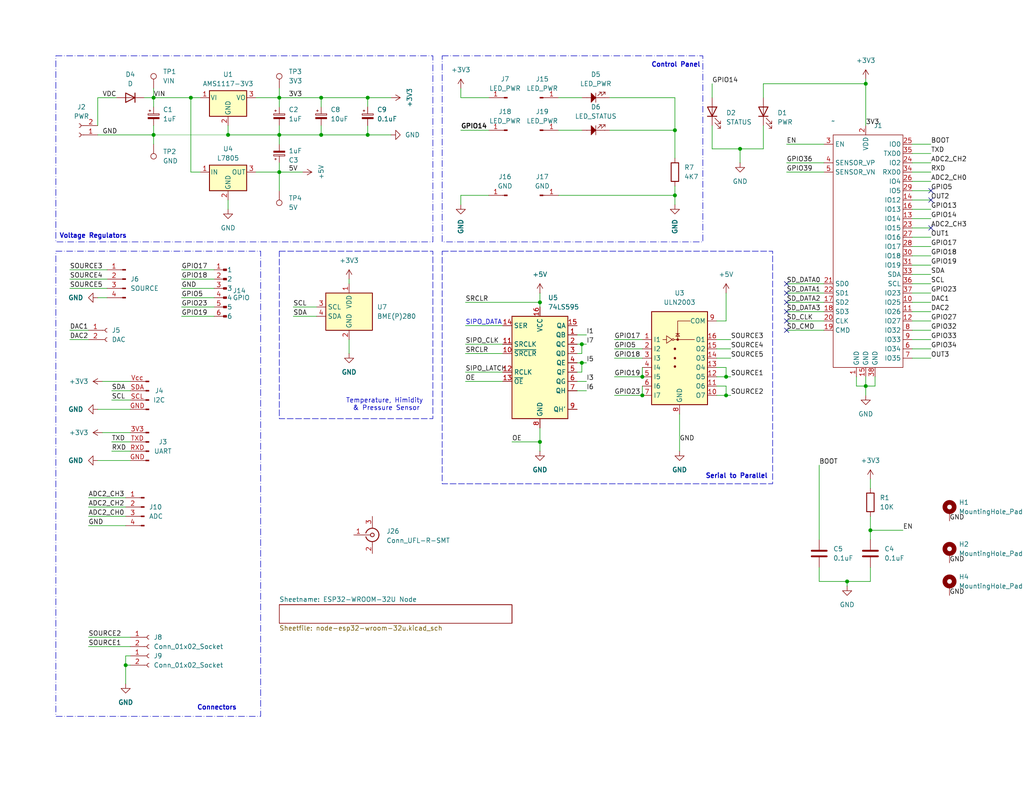
<source format=kicad_sch>
(kicad_sch (version 20231120) (generator "eeschema") (generator_version "8.0")
  (paper "USLetter")
  (title_block (title "ESP32 Sensor Node") (date "2024-07-03") (rev "v2.0") (comment 1 "ESP32-WROOM-32D Adapter"))
  (lib_symbols
    (symbol "+3V3_1" (power) (pin_numbers hide) (pin_names (offset 0) hide)
      (property "Value" "+3V3" (at 0 3.556 0))
      (symbol "+3V3_1_1_1"
        (pin power_in line (at 0 0 90) (length 0) (name "~") (number "1"))
      )
    )
    (symbol "+5V_1" (power) (pin_numbers hide) (pin_names (offset 0) hide)
      (property "Value" "+5V" (at 0 3.556 0))
      (symbol "+5V_1_1_1"
        (pin power_in line (at 0 0 90) (length 0) (name "~") (number "1"))
      )
    )
    (symbol "74xx:74LS595"
      (property "Reference" "U" (at -7.62 13.97 0))
      (property "Value" "74LS595" (at -7.62 -16.51 0))
      (symbol "74LS595_1_0"
        (pin tri_state line (at 10.16 7.62 180) (length 2.54) (name "QB") (number "1"))
        (pin input line (at -10.16 2.54 0) (length 2.54) (name "~{SRCLR}") (number "10"))
        (pin input line (at -10.16 5.08 0) (length 2.54) (name "SRCLK") (number "11"))
        (pin input line (at -10.16 -2.54 0) (length 2.54) (name "RCLK") (number "12"))
        (pin input line (at -10.16 -5.08 0) (length 2.54) (name "~{OE}") (number "13"))
        (pin input line (at -10.16 10.16 0) (length 2.54) (name "SER") (number "14"))
        (pin tri_state line (at 10.16 10.16 180) (length 2.54) (name "QA") (number "15"))
        (pin power_in line (at 0 15.24 270) (length 2.54) (name "VCC") (number "16"))
        (pin tri_state line (at 10.16 5.08 180) (length 2.54) (name "QC") (number "2"))
        (pin tri_state line (at 10.16 2.54 180) (length 2.54) (name "QD") (number "3"))
        (pin tri_state line (at 10.16 0 180) (length 2.54) (name "QE") (number "4"))
        (pin tri_state line (at 10.16 -2.54 180) (length 2.54) (name "QF") (number "5"))
        (pin tri_state line (at 10.16 -5.08 180) (length 2.54) (name "QG") (number "6"))
        (pin tri_state line (at 10.16 -7.62 180) (length 2.54) (name "QH") (number "7"))
        (pin power_in line (at 0 -17.78 90) (length 2.54) (name "GND") (number "8"))
        (pin output line (at 10.16 -12.7 180) (length 2.54) (name "QH'") (number "9"))
      )
    )
    (symbol "Alexander Symbol Library 2:Conn_UFL-R-SMT" (pin_names (offset 1.016) hide)
      (property "Reference" "J" (at -3.81 4.064 0))
      (property "Value" "Conn_UFL-R-SMT" (at 2.921 0 90))
      (symbol "Conn_UFL-R-SMT_1_1"
        (pin passive line (at -5.08 0 0) (length 2.54) (name "SIGNAL") (number "1"))
        (pin passive line (at 0 -5.08 90) (length 2.54) (name "GND") (number "2"))
        (pin passive line (at 0 5.08 270) (length 3.048) (name "GND") (number "3"))
      )
    )
    (symbol "Alexander Symbol Library:BME(P)280"
      (property "Reference" "U" (at -7.62 10.16 0))
      (property "Value" "BME(P)280" (at 5.08 10.16 0))
      (symbol "BME(P)280_1_1"
        (pin power_in line (at -1.27 10.16 270) (length 2.54) (name "VDD") (number "1"))
        (pin power_out line (at -1.27 -5.08 90) (length 2.54) (name "GND") (number "2"))
        (pin input line (at -10.16 3.81 0) (length 2.54) (name "SCL") (number "3"))
        (pin bidirectional line (at -10.16 1.27 0) (length 2.54) (name "SDA") (number "4"))
      )
    )
    (symbol "Alexander_Library_Symbols:Conn_2x3" (pin_names (offset 1.016))
      (property "Reference" "J" (at 0 0 0))
      (symbol "Conn_2x3_1_1"
        (pin bidirectional line (at -2.54 -2.54 0) (length 2.54) (name "1") (number "1"))
        (pin bidirectional line (at -2.54 -5.08 0) (length 2.54) (name "2") (number "2"))
        (pin bidirectional line (at -2.54 -7.62 0) (length 2.54) (name "3") (number "3"))
        (pin bidirectional line (at -2.54 -10.16 0) (length 2.54) (name "4") (number "4"))
        (pin bidirectional line (at -2.54 -12.7 0) (length 2.54) (name "5") (number "5"))
        (pin bidirectional line (at -2.54 -15.24 0) (length 2.54) (name "6") (number "6"))
      )
    )
    (symbol "Alexander_Library_Symbols:Conn_I2C_01x04" (pin_names (offset 1.016) hide)
      (property "Reference" "J" (at 0 5.08 0))
      (property "Value" "I2C" (at 0 -7.62 0))
      (symbol "Conn_I2C_01x04_1_1"
        (pin power_out line (at 5.08 -5.08 180) (length 3.81) (name "GND") (number "GND"))
        (pin bidirectional line (at 5.08 -2.54 180) (length 3.81) (name "SCL") (number "SCL"))
        (pin bidirectional line (at 5.08 0 180) (length 3.81) (name "SDA") (number "SDA"))
        (pin power_in line (at 5.08 2.54 180) (length 3.81) (name "VCC") (number "Vcc"))
      )
    )
    (symbol "Alexander_Library_Symbols:ESP32-WROOM-32D-SOCKET"
      (property "Reference" "J" (at 0 0 0))
      (symbol "ESP32-WROOM-32D-SOCKET_1_1"
        (pin power_out line (at 6.35 -69.85 90) (length 2.54) (name "GND") (number "1"))
        (pin bidirectional line (at 21.59 -49.53 180) (length 2.54) (name "IO25") (number "10"))
        (pin bidirectional line (at 21.59 -52.07 180) (length 2.54) (name "IO26") (number "11"))
        (pin bidirectional line (at 21.59 -54.61 180) (length 2.54) (name "IO27") (number "12"))
        (pin bidirectional line (at 21.59 -26.67 180) (length 2.54) (name "IO14") (number "13"))
        (pin bidirectional line (at 21.59 -21.59 180) (length 2.54) (name "IO12") (number "14"))
        (pin power_out line (at 8.89 -69.85 90) (length 2.54) (name "GND") (number "15"))
        (pin bidirectional line (at 21.59 -24.13 180) (length 2.54) (name "IO13") (number "16"))
        (pin input line (at -2.54 -49.53 0) (length 2.54) (name "SD2") (number "17"))
        (pin input line (at -2.54 -52.07 0) (length 2.54) (name "SD3") (number "18"))
        (pin input line (at -2.54 -57.15 0) (length 2.54) (name "CMD") (number "19"))
        (pin power_in line (at 8.89 -1.27 270) (length 2.54) (name "VDD") (number "2"))
        (pin input line (at -2.54 -54.61 0) (length 2.54) (name "CLK") (number "20"))
        (pin input line (at -2.54 -44.45 0) (length 2.54) (name "SD0") (number "21"))
        (pin input line (at -2.54 -46.99 0) (length 2.54) (name "SD1") (number "22"))
        (pin bidirectional line (at 21.59 -29.21 180) (length 2.54) (name "IO15") (number "23"))
        (pin bidirectional line (at 21.59 -11.43 180) (length 2.54) (name "IO2") (number "24"))
        (pin bidirectional line (at 21.59 -6.35 180) (length 2.54) (name "IO0") (number "25"))
        (pin bidirectional line (at 21.59 -16.51 180) (length 2.54) (name "IO4") (number "26"))
        (pin bidirectional line (at 21.59 -31.75 180) (length 2.54) (name "IO16") (number "27"))
        (pin bidirectional line (at 21.59 -34.29 180) (length 2.54) (name "IO17") (number "28"))
        (pin bidirectional line (at 21.59 -19.05 180) (length 2.54) (name "IO5") (number "29"))
        (pin input line (at -2.54 -6.35 0) (length 2.54) (name "EN") (number "3"))
        (pin bidirectional line (at 21.59 -36.83 180) (length 2.54) (name "IO18") (number "30"))
        (pin bidirectional line (at 21.59 -39.37 180) (length 2.54) (name "IO19") (number "31"))
        (pin bidirectional line (at 21.59 -41.91 180) (length 2.54) (name "SDA") (number "33"))
        (pin input line (at 21.59 -13.97 180) (length 2.54) (name "RXD0") (number "34"))
        (pin output line (at 21.59 -8.89 180) (length 2.54) (name "TXD0") (number "35"))
        (pin bidirectional line (at 21.59 -44.45 180) (length 2.54) (name "SCL") (number "36"))
        (pin bidirectional line (at 21.59 -46.99 180) (length 2.54) (name "IO23") (number "37"))
        (pin power_out line (at 11.43 -69.85 90) (length 2.54) (name "GND") (number "38"))
        (pin input line (at -2.54 -11.43 0) (length 2.54) (name "SENSOR_VP") (number "4"))
        (pin input line (at -2.54 -13.97 0) (length 2.54) (name "SENSOR_VN") (number "5"))
        (pin bidirectional line (at 21.59 -62.23 180) (length 2.54) (name "IO34") (number "6"))
        (pin bidirectional line (at 21.59 -64.77 180) (length 2.54) (name "IO35") (number "7"))
        (pin bidirectional line (at 21.59 -57.15 180) (length 2.54) (name "IO32") (number "8"))
        (pin bidirectional line (at 21.59 -59.69 180) (length 2.54) (name "IO33") (number "9"))
      )
    )
    (symbol "Conn_UART_1" (pin_names (offset 1.016) hide)
      (property "Reference" "J" (at 1.27 3.81 0))
      (property "Value" "UART" (at 2.54 -10.16 0))
      (symbol "Conn_UART_1_1_1"
        (pin power_in line (at 5.08 0 180) (length 3.81) (name "3V3") (number "3V3"))
        (pin power_out line (at 5.08 -7.62 180) (length 3.81) (name "GND") (number "GND"))
        (pin input line (at 5.08 -5.08 180) (length 3.81) (name "RXD") (number "RXD"))
        (pin output line (at 5.08 -2.54 180) (length 3.81) (name "TXD") (number "TXD"))
      )
    )
    (symbol "Connector:Conn_01x01_Pin" (pin_names (offset 1.016) hide)
      (property "Reference" "J" (at 0 2.54 0))
      (property "Value" "Conn_01x01_Pin" (at 0 -2.54 0))
      (symbol "Conn_01x01_Pin_1_1"
        (pin passive line (at 5.08 0 180) (length 3.81) (name "Pin_1") (number "1"))
      )
    )
    (symbol "Connector:Conn_01x02_Socket" (pin_names (offset 1.016) hide)
      (property "Reference" "J" (at 0 2.54 0))
      (property "Value" "Conn_01x02_Socket" (at 0 -5.08 0))
      (symbol "Conn_01x02_Socket_1_1"
        (pin passive line (at -5.08 0 0) (length 3.81) (name "Pin_1") (number "1"))
        (pin passive line (at -5.08 -2.54 0) (length 3.81) (name "Pin_2") (number "2"))
      )
    )
    (symbol "Connector:Conn_01x04_Pin" (pin_names (offset 1.016) hide)
      (property "Reference" "J" (at 0 5.08 0))
      (property "Value" "I2C" (at 0 -7.62 0))
      (symbol "Conn_01x04_Pin_1_1"
        (pin passive line (at 5.08 2.54 180) (length 3.81) (name "Pin_1") (number "1"))
        (pin passive line (at 5.08 0 180) (length 3.81) (name "Pin_2") (number "2"))
        (pin passive line (at 5.08 -2.54 180) (length 3.81) (name "Pin_3") (number "3"))
        (pin passive line (at 5.08 -5.08 180) (length 3.81) (name "Pin_4") (number "4"))
      )
    )
    (symbol "Connector:TestPoint" (pin_numbers hide) (pin_names (offset 0.762) hide)
      (property "Reference" "TP" (at 0 6.858 0))
      (property "Value" "TestPoint" (at 0 5.08 0))
      (symbol "TestPoint_1_1"
        (pin passive line (at 0 0 90) (length 2.54) (name "1") (number "1"))
      )
    )
    (symbol "Device:C" (pin_numbers hide) (pin_names (offset 0.254))
      (property "Reference" "C" (at 0.635 2.54 0))
      (property "Value" "C" (at 0.635 -2.54 0))
      (symbol "C_1_1"
        (pin passive line (at 0 3.81 270) (length 2.794) (name "~") (number "1"))
        (pin passive line (at 0 -3.81 90) (length 2.794) (name "~") (number "2"))
      )
    )
    (symbol "Device:C_Polarized_Small" (pin_numbers hide) (pin_names (offset 0.254) hide)
      (property "Reference" "C" (at 0.254 1.778 0))
      (property "Value" "C_Polarized_Small" (at 0.254 -2.032 0))
      (symbol "C_Polarized_Small_1_1"
        (pin passive line (at 0 2.54 270) (length 1.8542) (name "~") (number "1"))
        (pin passive line (at 0 -2.54 90) (length 1.8542) (name "~") (number "2"))
      )
    )
    (symbol "Device:D" (pin_numbers hide) (pin_names (offset 1.016) hide)
      (property "Reference" "D" (at 0 2.54 0))
      (property "Value" "D" (at 0 -2.54 0))
      (symbol "D_1_1"
        (pin passive line (at -3.81 0 0) (length 2.54) (name "K") (number "1"))
        (pin passive line (at 3.81 0 180) (length 2.54) (name "A") (number "2"))
      )
    )
    (symbol "Device:LED" (pin_numbers hide) (pin_names (offset 1.016) hide)
      (property "Reference" "D" (at 0 2.54 0))
      (property "Value" "LED" (at 0 -2.54 0))
      (symbol "LED_1_1"
        (pin passive line (at -3.81 0 0) (length 2.54) (name "K") (number "1"))
        (pin passive line (at 3.81 0 180) (length 2.54) (name "A") (number "2"))
      )
    )
    (symbol "Device:R" (pin_numbers hide) (pin_names (offset 0))
      (property "Reference" "R" (at 2.032 0 90))
      (property "Value" "R" (at 0 0 90))
      (symbol "R_1_1"
        (pin passive line (at 0 3.81 270) (length 1.27) (name "~") (number "1"))
        (pin passive line (at 0 -3.81 90) (length 1.27) (name "~") (number "2"))
      )
    )
    (symbol "GND_1" (power) (pin_numbers hide) (pin_names (offset 0) hide)
      (property "Value" "GND" (at 0 -3.81 0))
      (symbol "GND_1_1_1"
        (pin power_in line (at 0 0 270) (length 0) (name "~") (number "1"))
      )
    )
    (symbol "GND_3" (power) (pin_numbers hide) (pin_names (offset 0) hide)
      (property "Value" "GND" (at 0 -3.81 0))
      (symbol "GND_3_1_1"
        (pin power_in line (at 0 0 270) (length 0) (name "~") (number "1"))
      )
    )
    (symbol "GND_4" (power) (pin_numbers hide) (pin_names (offset 0) hide)
      (property "Value" "GND" (at 0 -3.81 0))
      (symbol "GND_4_1_1"
        (pin power_in line (at 0 0 270) (length 0) (name "~") (number "1"))
      )
    )
    (symbol "GND_5" (power) (pin_numbers hide) (pin_names (offset 0) hide)
      (property "Value" "GND" (at 0 -3.81 0))
      (symbol "GND_5_1_1"
        (pin power_in line (at 0 0 270) (length 0) (name "~") (number "1"))
      )
    )
    (symbol "Mechanical:MountingHole_Pad" (pin_numbers hide) (pin_names (offset 1.016) hide)
      (property "Reference" "H" (at 0 6.35 0))
      (property "Value" "MountingHole_Pad" (at 0 4.445 0))
      (symbol "MountingHole_Pad_1_1"
        (pin input line (at 0 -2.54 90) (length 2.54) (name "1") (number "1"))
      )
    )
    (symbol "PCM_SL_Devices:LED_5mm"
      (property "Reference" "D" (at -0.508 5.334 0))
      (property "Value" "LED_5mm" (at -0.508 2.794 0))
      (symbol "LED_5mm_1_1"
        (pin passive line (at 3.81 0 180) (length 1.5) (name "~") (number "1"))
        (pin passive line (at -3.81 0 0) (length 1.5) (name "") (number "2"))
      )
    )
    (symbol "Regulator_Linear:L7805" (pin_names (offset 0.254))
      (property "Reference" "U4" (at 0 6.35 0))
      (property "Value" "L7805" (at 0 3.81 0))
      (symbol "L7805_1_1"
        (pin power_in line (at -7.62 0 0) (length 2.54) (name "IN") (number "1"))
        (pin power_in line (at 0 -7.62 90) (length 2.54) (name "GND") (number "2"))
        (pin power_out line (at 7.62 0 180) (length 2.54) (name "OUT") (number "3"))
      )
    )
    (symbol "Regulator_Linear:LM78M05_TO220" (pin_names (offset 0.254))
      (property "Reference" "U" (at -3.81 3.175 0))
      (property "Value" "LM78M05_TO220" (at 0 3.175 0))
      (symbol "LM78M05_TO220_1_1"
        (pin power_in line (at -7.62 0 0) (length 2.54) (name "VI") (number "1"))
        (pin power_in line (at 0 -7.62 90) (length 2.54) (name "GND") (number "2"))
        (pin power_out line (at 7.62 0 180) (length 2.54) (name "VO") (number "3"))
      )
    )
    (symbol "Transistor_Array:ULN2003"
      (property "Reference" "U" (at 0 15.875 0))
      (property "Value" "ULN2003" (at 0 13.97 0))
      (symbol "ULN2003_1_1"
        (pin input line (at -10.16 5.08 0) (length 2.54) (name "I1") (number "1"))
        (pin open_collector line (at 10.16 -10.16 180) (length 2.54) (name "O7") (number "10"))
        (pin open_collector line (at 10.16 -7.62 180) (length 2.54) (name "O6") (number "11"))
        (pin open_collector line (at 10.16 -5.08 180) (length 2.54) (name "O5") (number "12"))
        (pin open_collector line (at 10.16 -2.54 180) (length 2.54) (name "O4") (number "13"))
        (pin open_collector line (at 10.16 0 180) (length 2.54) (name "O3") (number "14"))
        (pin open_collector line (at 10.16 2.54 180) (length 2.54) (name "O2") (number "15"))
        (pin open_collector line (at 10.16 5.08 180) (length 2.54) (name "O1") (number "16"))
        (pin input line (at -10.16 2.54 0) (length 2.54) (name "I2") (number "2"))
        (pin input line (at -10.16 0 0) (length 2.54) (name "I3") (number "3"))
        (pin input line (at -10.16 -2.54 0) (length 2.54) (name "I4") (number "4"))
        (pin input line (at -10.16 -5.08 0) (length 2.54) (name "I5") (number "5"))
        (pin input line (at -10.16 -7.62 0) (length 2.54) (name "I6") (number "6"))
        (pin input line (at -10.16 -10.16 0) (length 2.54) (name "I7") (number "7"))
        (pin power_in line (at 0 -15.24 90) (length 2.54) (name "GND") (number "8"))
        (pin passive line (at 10.16 10.16 180) (length 2.54) (name "COM") (number "9"))
      )
    )
    (symbol "power:+3V3" (power) (pin_names (offset 0))
      (property "Value" "+3V3" (at 0 3.556 0))
      (symbol "+3V3_1_1"
        (pin power_in line (at 0 0 90) (length 0) hide (name "+3V3") (number "1"))
      )
    )
    (symbol "power:+5V" (power) (pin_names (offset 0))
      (property "Value" "+5V" (at 0 3.556 0))
      (symbol "+5V_1_1"
        (pin power_in line (at 0 0 90) (length 0) hide (name "+5V") (number "1"))
      )
    )
    (symbol "power:GND" (power) (pin_names (offset 0))
      (property "Value" "GND" (at 0 -3.81 0))
      (symbol "GND_1_1"
        (pin power_in line (at 0 0 270) (length 0) hide (name "GND") (number "1"))
      )
    )
  )
  (junction (at 147.32 120.65))
  (junction (at 87.63 26.67))
  (junction (at 62.23 36.83))
  (junction (at 76.2 36.83))
  (junction (at 184.15 35.56))
  (junction (at 100.33 36.83))
  (junction (at 175.26 107.95))
  (junction (at 198.12 107.95))
  (junction (at 41.91 36.83))
  (junction (at 52.07 26.67))
  (junction (at 76.2 46.99))
  (junction (at 158.75 93.98))
  (junction (at 198.12 102.87))
  (junction (at 175.26 102.87))
  (junction (at 236.22 105.41))
  (junction (at 158.75 99.06))
  (junction (at 237.49 144.78))
  (junction (at 100.33 26.67))
  (junction (at 76.2 26.67))
  (junction (at 41.91 26.67))
  (junction (at 87.63 36.83))
  (junction (at 147.32 82.55))
  (junction (at 184.15 53.34))
  (junction (at 231.14 158.75))
  (junction (at 236.22 22.86))
  (junction (at 201.93 40.64))
  (junction (at 34.29 181.61))
  (no_connect (at 214.63 82.55))
  (no_connect (at 214.63 90.17))
  (no_connect (at 214.63 85.09))
  (no_connect (at 254 52.07))
  (no_connect (at 254 62.23))
  (no_connect (at 254 54.61))
  (no_connect (at 214.63 80.01))
  (no_connect (at 214.63 87.63))
  (no_connect (at 214.63 77.47))
  (wire (pts (xy 158.75 99.06) (xy 158.75 101.6)))
  (wire (pts (xy 248.92 44.45) (xy 254 44.45)))
  (wire (pts (xy 62.23 54.61) (xy 62.23 57.15)))
  (wire (pts (xy 52.07 26.67) (xy 54.61 26.67)))
  (wire (pts (xy 157.48 99.06) (xy 158.75 99.06)))
  (wire (pts (xy 214.63 87.63) (xy 224.79 87.63)))
  (wire (pts (xy 34.29 179.07) (xy 34.29 181.61)))
  (wire (pts (xy 30.48 109.22) (xy 35.56 109.22)))
  (wire (pts (xy 41.91 36.83) (xy 62.23 36.83)) (stroke (width 0.0254)))
  (wire (pts (xy 147.32 116.84) (xy 147.32 120.65)))
  (wire (pts (xy 198.12 105.41) (xy 198.12 107.95)))
  (wire (pts (xy 127 93.98) (xy 137.16 93.98)))
  (wire (pts (xy 184.15 26.67) (xy 184.15 35.56)))
  (wire (pts (xy 184.15 50.8) (xy 184.15 53.34)))
  (wire (pts (xy 24.13 173.99) (xy 35.56 173.99)))
  (wire (pts (xy 198.12 100.33) (xy 198.12 102.87)))
  (wire (pts (xy 223.52 158.75) (xy 231.14 158.75)))
  (wire (pts (xy 41.91 26.67) (xy 52.07 26.67)))
  (wire (pts (xy 248.92 49.53) (xy 254 49.53)))
  (wire (pts (xy 201.93 40.64) (xy 208.28 40.64)))
  (wire (pts (xy 214.63 85.09) (xy 224.79 85.09)))
  (wire (pts (xy 54.61 46.99) (xy 52.07 46.99)))
  (wire (pts (xy 30.48 120.65) (xy 35.56 120.65)))
  (wire (pts (xy 198.12 107.95) (xy 199.39 107.95)))
  (wire (pts (xy 24.13 140.97) (xy 34.29 140.97)))
  (wire (pts (xy 127 96.52) (xy 137.16 96.52)))
  (wire (pts (xy 236.22 21.59) (xy 236.22 22.86)))
  (wire (pts (xy 248.92 64.77) (xy 254 64.77)))
  (wire (pts (xy 27.94 104.14) (xy 35.56 104.14)))
  (wire (pts (xy 195.58 107.95) (xy 198.12 107.95)))
  (wire (pts (xy 62.23 34.29) (xy 62.23 36.83)))
  (wire (pts (xy 100.33 36.83) (xy 106.68 36.83)))
  (wire (pts (xy 195.58 92.71) (xy 199.39 92.71)))
  (wire (pts (xy 29.21 78.74) (xy 19.05 78.74)))
  (wire (pts (xy 233.68 105.41) (xy 236.22 105.41)))
  (wire (pts (xy 158.75 93.98) (xy 160.02 93.98)))
  (wire (pts (xy 49.53 81.28) (xy 58.42 81.28)))
  (wire (pts (xy 125.73 26.67) (xy 125.73 24.13)))
  (wire (pts (xy 76.2 34.29) (xy 76.2 36.83)))
  (wire (pts (xy 175.26 105.41) (xy 175.26 107.95)))
  (wire (pts (xy 29.21 73.66) (xy 19.05 73.66)))
  (wire (pts (xy 248.92 39.37) (xy 254 39.37)))
  (wire (pts (xy 87.63 26.67) (xy 87.63 29.21)))
  (wire (pts (xy 49.53 73.66) (xy 58.42 73.66)))
  (wire (pts (xy 198.12 87.63) (xy 195.58 87.63)))
  (wire (pts (xy 198.12 102.87) (xy 199.39 102.87)))
  (wire (pts (xy 194.31 22.86) (xy 194.31 26.67)))
  (wire (pts (xy 49.53 86.36) (xy 58.42 86.36)))
  (wire (pts (xy 26.67 81.28) (xy 29.21 81.28)))
  (wire (pts (xy 147.32 82.55) (xy 147.32 83.82)))
  (wire (pts (xy 167.64 92.71) (xy 175.26 92.71)))
  (wire (pts (xy 125.73 53.34) (xy 125.73 55.88)))
  (wire (pts (xy 224.79 39.37) (xy 214.63 39.37)))
  (wire (pts (xy 166.37 35.56) (xy 184.15 35.56)))
  (wire (pts (xy 133.35 26.67) (xy 125.73 26.67)))
  (wire (pts (xy 147.32 80.01) (xy 147.32 82.55)))
  (wire (pts (xy 26.67 26.67) (xy 31.75 26.67)))
  (wire (pts (xy 233.68 102.87) (xy 233.68 105.41)))
  (wire (pts (xy 41.91 39.37) (xy 41.91 36.83)))
  (wire (pts (xy 19.05 90.17) (xy 24.13 90.17)))
  (wire (pts (xy 214.63 46.99) (xy 224.79 46.99)))
  (wire (pts (xy 49.53 76.2) (xy 58.42 76.2)))
  (wire (pts (xy 34.29 181.61) (xy 35.56 181.61)))
  (wire (pts (xy 27.94 118.11) (xy 35.56 118.11)))
  (wire (pts (xy 41.91 26.67) (xy 41.91 29.21)))
  (wire (pts (xy 237.49 140.97) (xy 237.49 144.78)))
  (wire (pts (xy 237.49 144.78) (xy 246.38 144.78)))
  (wire (pts (xy 248.92 92.71) (xy 254 92.71)))
  (wire (pts (xy 41.91 34.29) (xy 41.91 36.83)))
  (wire (pts (xy 201.93 44.45) (xy 201.93 40.64)))
  (wire (pts (xy 195.58 105.41) (xy 198.12 105.41)))
  (wire (pts (xy 152.4 35.56) (xy 158.75 35.56)))
  (wire (pts (xy 214.63 80.01) (xy 224.79 80.01)))
  (wire (pts (xy 198.12 80.01) (xy 198.12 87.63)))
  (wire (pts (xy 24.13 176.53) (xy 35.56 176.53)))
  (wire (pts (xy 214.63 77.47) (xy 224.79 77.47)))
  (wire (pts (xy 157.48 96.52) (xy 158.75 96.52)))
  (wire (pts (xy 157.48 104.14) (xy 160.02 104.14)))
  (wire (pts (xy 208.28 34.29) (xy 208.28 40.64)))
  (wire (pts (xy 52.07 26.67) (xy 52.07 46.99)))
  (wire (pts (xy 167.64 102.87) (xy 175.26 102.87)))
  (wire (pts (xy 35.56 179.07) (xy 34.29 179.07)))
  (wire (pts (xy 76.2 46.99) (xy 82.55 46.99)))
  (wire (pts (xy 41.91 24.13) (xy 41.91 26.67)))
  (wire (pts (xy 76.2 36.83) (xy 87.63 36.83)))
  (wire (pts (xy 152.4 26.67) (xy 158.75 26.67)))
  (wire (pts (xy 195.58 97.79) (xy 199.39 97.79)))
  (wire (pts (xy 248.92 90.17) (xy 254 90.17)))
  (wire (pts (xy 248.92 80.01) (xy 254 80.01)))
  (wire (pts (xy 237.49 154.94) (xy 237.49 158.75)))
  (wire (pts (xy 208.28 22.86) (xy 208.28 26.67)))
  (wire (pts (xy 127 88.9) (xy 137.16 88.9)))
  (wire (pts (xy 80.01 86.36) (xy 86.36 86.36)))
  (wire (pts (xy 35.56 111.76) (xy 26.67 111.76)))
  (wire (pts (xy 195.58 95.25) (xy 199.39 95.25)))
  (wire (pts (xy 30.48 123.19) (xy 35.56 123.19)))
  (wire (pts (xy 125.73 35.56) (xy 133.35 35.56)))
  (wire (pts (xy 87.63 26.67) (xy 100.33 26.67)))
  (wire (pts (xy 248.92 87.63) (xy 254 87.63)))
  (wire (pts (xy 194.31 40.64) (xy 201.93 40.64)))
  (wire (pts (xy 76.2 36.83) (xy 76.2 39.37)))
  (wire (pts (xy 248.92 41.91) (xy 254 41.91)))
  (wire (pts (xy 248.92 85.09) (xy 254 85.09)))
  (wire (pts (xy 49.53 83.82) (xy 58.42 83.82)))
  (wire (pts (xy 237.49 144.78) (xy 237.49 147.32)))
  (wire (pts (xy 194.31 34.29) (xy 194.31 40.64)))
  (wire (pts (xy 147.32 120.65) (xy 147.32 123.19)))
  (wire (pts (xy 100.33 26.67) (xy 100.33 29.21)))
  (wire (pts (xy 62.23 36.83) (xy 76.2 36.83)))
  (wire (pts (xy 248.92 72.39) (xy 254 72.39)))
  (wire (pts (xy 214.63 90.17) (xy 224.79 90.17)))
  (wire (pts (xy 76.2 29.21) (xy 76.2 26.67)))
  (wire (pts (xy 236.22 22.86) (xy 236.22 34.29)))
  (wire (pts (xy 80.01 83.82) (xy 86.36 83.82)))
  (wire (pts (xy 248.92 46.99) (xy 254 46.99)))
  (wire (pts (xy 76.2 46.99) (xy 76.2 52.07)))
  (wire (pts (xy 248.92 57.15) (xy 254 57.15)))
  (wire (pts (xy 248.92 74.93) (xy 254 74.93)))
  (wire (pts (xy 26.67 36.83) (xy 41.91 36.83)))
  (wire (pts (xy 125.73 53.34) (xy 133.35 53.34)))
  (wire (pts (xy 214.63 44.45) (xy 224.79 44.45)))
  (wire (pts (xy 157.48 91.44) (xy 160.02 91.44)))
  (wire (pts (xy 35.56 125.73) (xy 26.67 125.73)))
  (wire (pts (xy 248.92 62.23) (xy 254 62.23)))
  (wire (pts (xy 100.33 34.29) (xy 100.33 36.83)))
  (wire (pts (xy 167.64 107.95) (xy 175.26 107.95)))
  (wire (pts (xy 95.25 76.2) (xy 95.25 77.47)))
  (wire (pts (xy 236.22 105.41) (xy 236.22 107.95)))
  (wire (pts (xy 248.92 54.61) (xy 254 54.61)))
  (wire (pts (xy 248.92 82.55) (xy 254 82.55)))
  (wire (pts (xy 248.92 97.79) (xy 254 97.79)))
  (wire (pts (xy 76.2 44.45) (xy 76.2 46.99)))
  (wire (pts (xy 127 101.6) (xy 137.16 101.6)))
  (wire (pts (xy 223.52 127) (xy 223.52 147.32)))
  (wire (pts (xy 24.13 135.89) (xy 34.29 135.89)))
  (wire (pts (xy 167.64 97.79) (xy 175.26 97.79)))
  (wire (pts (xy 184.15 53.34) (xy 184.15 55.88)))
  (wire (pts (xy 24.13 138.43) (xy 34.29 138.43)))
  (wire (pts (xy 69.85 46.99) (xy 76.2 46.99)))
  (wire (pts (xy 69.85 26.67) (xy 76.2 26.67)))
  (wire (pts (xy 19.05 92.71) (xy 24.13 92.71)))
  (wire (pts (xy 34.29 181.61) (xy 34.29 186.69)))
  (wire (pts (xy 127 82.55) (xy 147.32 82.55)))
  (wire (pts (xy 238.76 105.41) (xy 236.22 105.41)))
  (wire (pts (xy 248.92 52.07) (xy 254 52.07)))
  (wire (pts (xy 157.48 93.98) (xy 158.75 93.98)))
  (wire (pts (xy 238.76 102.87) (xy 238.76 105.41)))
  (wire (pts (xy 248.92 95.25) (xy 254 95.25)))
  (wire (pts (xy 184.15 35.56) (xy 184.15 43.18)))
  (wire (pts (xy 139.7 120.65) (xy 147.32 120.65)))
  (wire (pts (xy 248.92 69.85) (xy 254 69.85)))
  (wire (pts (xy 76.2 24.13) (xy 76.2 26.67)))
  (wire (pts (xy 248.92 59.69) (xy 254 59.69)))
  (wire (pts (xy 237.49 130.81) (xy 237.49 133.35)))
  (wire (pts (xy 195.58 100.33) (xy 198.12 100.33)))
  (wire (pts (xy 87.63 34.29) (xy 87.63 36.83)))
  (wire (pts (xy 30.48 106.68) (xy 35.56 106.68)))
  (wire (pts (xy 248.92 77.47) (xy 254 77.47)))
  (wire (pts (xy 26.67 26.67) (xy 26.67 34.29)))
  (wire (pts (xy 175.26 100.33) (xy 175.26 102.87)))
  (wire (pts (xy 152.4 53.34) (xy 184.15 53.34)))
  (wire (pts (xy 231.14 158.75) (xy 231.14 160.02)))
  (wire (pts (xy 24.13 143.51) (xy 34.29 143.51)))
  (wire (pts (xy 214.63 82.55) (xy 224.79 82.55)))
  (wire (pts (xy 157.48 101.6) (xy 158.75 101.6)))
  (wire (pts (xy 157.48 106.68) (xy 160.02 106.68)))
  (wire (pts (xy 95.25 92.71) (xy 95.25 96.52)))
  (wire (pts (xy 223.52 154.94) (xy 223.52 158.75)))
  (wire (pts (xy 195.58 102.87) (xy 198.12 102.87)))
  (wire (pts (xy 185.42 113.03) (xy 185.42 123.19)))
  (wire (pts (xy 76.2 26.67) (xy 87.63 26.67)))
  (wire (pts (xy 49.53 78.74) (xy 58.42 78.74)))
  (wire (pts (xy 29.21 76.2) (xy 19.05 76.2)))
  (wire (pts (xy 231.14 158.75) (xy 237.49 158.75)))
  (wire (pts (xy 208.28 22.86) (xy 236.22 22.86)))
  (wire (pts (xy 158.75 99.06) (xy 160.02 99.06)))
  (wire (pts (xy 236.22 102.87) (xy 236.22 105.41)))
  (wire (pts (xy 158.75 96.52) (xy 158.75 93.98)))
  (wire (pts (xy 248.92 67.31) (xy 254 67.31)))
  (wire (pts (xy 167.64 95.25) (xy 175.26 95.25)))
  (wire (pts (xy 166.37 26.67) (xy 184.15 26.67)))
  (wire (pts (xy 87.63 36.83) (xy 100.33 36.83)))
  (wire (pts (xy 100.33 26.67) (xy 106.68 26.67)))
  (wire (pts (xy 39.37 26.67) (xy 41.91 26.67)))
  (wire (pts (xy 127 104.14) (xy 137.16 104.14)))
  (rectangle (start 120.65 68.58) (end 210.82 132.08) (stroke (width 0) (type dash)))
  (rectangle (start 15.24 68.58) (end 71.12 195.58) (stroke (width 0) (type dash_dot)))
  (rectangle (start 76.2 68.58) (end 118.11 114.3) (stroke (width 0) (type dash)))
  (rectangle (start 120.65 15.24) (end 191.77 66.04) (stroke (width 0) (type dash_dot)))
  (rectangle (start 15.24 15.24) (end 118.11 66.04) (stroke (width 0) (type dash_dot)))
  (text "Voltage Regulators" (at 25.4 63.754 0) (effects (font (size 1.27 1.27) (thickness 0.254) (bold yes)) (justify top)))
  (text "Control Panel " (at 184.912 17.78 0) (effects (font (size 1.27 1.27) (thickness 0.254) (bold yes))))
  (text "Connectors\n" (at 59.182 193.294 0) (effects (font (size 1.27 1.27) (thickness 0.254) (bold yes))))
  (text "Serial to Parallel" (at 209.55 130.81 0) (effects (font (size 1.27 1.27) (bold yes)) (justify right bottom)))
  (text "Temperature, Himidity \n& Pressure Sensor" (at 105.41 110.49 0) (effects (font (size 1.27 1.27))))
  (label "SOURCE5" (at 199.39 97.79 0))
  (label "GND" (at 259.08 142.24 0))
  (label "SOURCE3" (at 19.05 73.66 0))
  (label "SOURCE4" (at 19.05 76.2 0))
  (label "SD_DATA1" (at 214.63 80.01 0))
  (label "SOURCE1" (at 24.13 176.53 0))
  (label "I7" (at 160.02 93.98 0))
  (label "GPIO5" (at 254 52.07 0))
  (label "SOURCE5" (at 19.05 78.74 0))
  (label "ADC2_CH2" (at 254 44.45 0))
  (label "OUT1" (at 254 64.77 0))
  (label "GPIO33" (at 254 92.71 0))
  (label "GPIO23" (at 167.64 107.95 0))
  (label "I3" (at 160.02 104.14 0))
  (label "OUT2" (at 254 54.61 0))
  (label "SD_DATA0" (at 214.63 77.47 0))
  (label "GPIO23" (at 254 80.01 0))
  (label "VDC" (at 27.94 26.67 0))
  (label "GPIO13" (at 254 57.15 0))
  (label "SCL" (at 80.01 83.82 0))
  (label "GPIO19" (at 167.64 102.87 0))
  (label "SIPO_CLK" (at 127 93.98 0))
  (label "SD_CLK" (at 214.63 87.63 0))
  (label "DAC2" (at 19.05 92.71 0))
  (label "OE" (at 139.7 120.65 0))
  (label "TXD" (at 254 41.91 0))
  (label "GPIO17" (at 167.64 92.71 0))
  (label "GPIO34" (at 254 95.25 0))
  (label "BOOT" (at 223.52 127 0))
  (label "ADC2_CH2" (at 24.13 138.43 0))
  (label "GPIO5" (at 167.64 95.25 0))
  (label "SDA" (at 254 74.93 0))
  (label "SD_CMD" (at 214.63 90.17 0))
  (label "ADC2_CH0" (at 24.13 140.97 0))
  (label "SD_DATA3" (at 214.63 85.09 0))
  (label "SIPO_LATCH" (at 127 101.6 0))
  (label "I5" (at 160.02 99.06 0))
  (label "GPIO23" (at 49.53 83.82 0))
  (label "GPIO5" (at 49.53 81.28 0))
  (label "SD_DATA2" (at 214.63 82.55 0))
  (label "GND" (at 24.13 143.51 0))
  (label "EN" (at 246.38 144.78 0))
  (label "SCL" (at 254 77.47 0))
  (label "GPIO18" (at 254 69.85 0))
  (label "GPIO14" (at 194.31 22.86 0))
  (label "GPIO14" (at 254 59.69 0))
  (label "RXD" (at 30.48 123.19 0))
  (label "SCL" (at 30.48 109.22 0))
  (label "GPIO18" (at 167.64 97.79 0))
  (label "GND" (at 49.53 78.74 0))
  (label "3V3" (at 236.22 34.29 0))
  (label "ADC2_CH3" (at 254 62.23 0))
  (label "OUT3" (at 254 97.79 0))
  (label "GPIO39" (at 214.63 46.99 0))
  (label "SOURCE1" (at 199.39 102.87 0))
  (label "GND" (at 259.08 153.67 0))
  (label "GPIO17" (at 49.53 73.66 0))
  (label "GPIO18" (at 49.53 76.2 0))
  (label "SOURCE2" (at 199.39 107.95 0))
  (label "BOOT" (at 254 39.37 0))
  (label "SRCLR" (at 127 82.55 0))
  (label "SOURCE3" (at 199.39 92.71 0))
  (label "ADC2_CH0" (at 254 49.53 0))
  (label "5V" (at 78.74 46.99 0))
  (label "ADC2_CH3" (at 24.13 135.89 0))
  (label "GND" (at 259.08 162.56 0))
  (label "VIN" (at 41.91 26.67 0))
  (label "DAC2" (at 254 85.09 0))
  (label "SDA" (at 80.01 86.36 0))
  (label "DAC1" (at 254 82.55 0))
  (label "3V3" (at 78.74 26.67 0))
  (label "OE" (at 127 104.14 0))
  (label "SDA" (at 30.48 106.68 0))
  (label "SRCLR" (at 127 96.52 0))
  (label "GPIO19" (at 49.53 86.36 0))
  (label "GPIO36" (at 214.63 44.45 0))
  (label "GPIO19" (at 254 72.39 0))
  (label "GPIO27" (at 254 87.63 0))
  (label "GND" (at 27.94 36.83 0))
  (label "I1" (at 160.02 91.44 0))
  (label "GPIO32" (at 254 90.17 0))
  (label "DAC1" (at 19.05 90.17 0))
  (label "EN" (at 214.63 39.37 0))
  (label "I6" (at 160.02 106.68 0))
  (label "SIPO_DATA" (at 127 88.9 0))
  (label "GND" (at 185.42 120.65 0))
  (label "GPIO17" (at 254 67.31 0))
  (label "GPIO14" (at 125.73 35.56 0) (effects (font (bold yes))))
  (label "SOURCE4" (at 199.39 95.25 0))
  (label "TXD" (at 30.48 120.65 0))
  (label "SOURCE2" (at 24.13 173.99 0))
  (label "RXD" (at 254 46.99 0))
  (symbol (lib_id "Connector:Conn_01x02_Socket") (at 29.21 90.17 0) (unit 1)
    (property "Reference" "J5" (at 30.48 90.1699 0) (effects (justify left)))
    (property "Value" "DAC" (at 30.48 92.7099 0) (effects (justify left)))
    (property "Footprint" "Connector_PinSocket_2.54mm:PinSocket_1x02_P2.54mm_Vertical" (effects (hide yes)))
  )
  (symbol (lib_id "power:GND") (at 106.68 36.83 90) (unit 1)
    (property "Reference" "#PWR03" (effects (hide yes)))
    (property "Value" "GND" (at 110.49 36.8299 90) (effects (justify right)))
  )
  (symbol (lib_id "Connector:Conn_01x04_Pin") (at 39.37 138.43 0) (mirror y) (unit 1)
    (property "Reference" "J10" (at 40.64 138.4299 0) (effects (justify right)))
    (property "Value" "ADC" (at 40.64 140.9699 0) (effects (justify right)))
    (property "Footprint" "Connector_PinSocket_2.54mm:PinSocket_1x04_P2.54mm_Vertical" (effects (hide yes)))
  )
  (symbol (lib_id "power:+3V3") (at 95.25 76.2 0) (unit 1)
    (property "Reference" "#PWR022" (effects (hide yes)))
    (property "Value" "+3V3" (at 95.25 71.12 0))
  )
  (symbol (lib_id "power:GND") (at 26.67 81.28 270) (unit 1)
    (property "Reference" "#PWR023" (effects (hide yes)))
    (property "Value" "GND" (at 22.86 81.28 90) (effects (font (bold yes)) (justify right)))
  )
  (symbol (lib_id "power:+3V3") (at 27.94 118.11 90) (unit 1)
    (property "Reference" "#PWR06" (effects (hide yes)))
    (property "Value" "+3V3" (at 24.13 118.1099 90) (effects (justify left)))
  )
  (symbol (lib_id "Alexander Symbol Library:BME(P)280") (at 96.52 87.63 0) (unit 1)
    (property "Reference" "U7" (at 102.87 83.8199 0) (effects (justify left)))
    (property "Value" "BME(P)280" (at 102.87 86.3599 0) (effects (justify left)))
    (property "Footprint" "Alexander Footprint Library:BME280_BMP280_I2C" (effects (hide yes)))
    (property "Description" "Absolute Barometric Pressure Sensor" (effects (hide yes)))
  )
  (symbol (lib_id "Device:LED") (at 194.31 30.48 90) (unit 1)
    (property "Reference" "D2" (at 198.12 30.7974 90) (effects (justify right)))
    (property "Value" "STATUS" (at 198.12 33.3374 90) (effects (justify right)))
    (property "Footprint" "LED_SMD:LED_1210_3225Metric_Pad1.42x2.65mm_HandSolder" (effects (hide yes)))
    (property "Description" "Light emitting diode" (effects (hide yes)))
  )
  (symbol (lib_id "Connector:Conn_01x01_Pin") (at 147.32 35.56 0) (mirror x) (unit 1)
    (property "Reference" "J19" (at 147.955 30.48 0))
    (property "Value" "LED_PWR" (at 147.955 33.02 0))
    (property "Footprint" "Alexander Footprint Library:Pad_1x01_P2.54_SMD" (effects (hide yes)))
    (property "Description" "Generic connector, single row, 01x01, script generated" (effects (hide yes)))
  )
  (symbol (lib_id "power:+3V3") (at 27.94 104.14 90) (unit 1)
    (property "Reference" "#PWR08" (effects (hide yes)))
    (property "Value" "+3V3" (at 24.13 104.14 90) (effects (justify left)))
  )
  (symbol (lib_id "power:+5V") (at 198.12 80.01 0) (unit 1)
    (property "Reference" "#PWR012" (effects (hide yes)))
    (property "Value" "+5V" (at 198.12 74.93 0))
  )
  (symbol (lib_id "Device:C_Polarized_Small") (at 87.63 31.75 0) (unit 1)
    (property "Reference" "C8" (at 90.17 29.9338 0) (effects (justify left)))
    (property "Value" "10uF" (at 90.17 32.4738 0) (effects (justify left)))
    (property "Footprint" "Capacitor_SMD:CP_Elec_3x5.3" (effects (hide yes)))
  )
  (symbol (lib_id "Transistor_Array:ULN2003") (at 185.42 97.79 0) (unit 1)
    (property "Reference" "U3" (at 185.42 80.01 0))
    (property "Value" "ULN2003" (at 185.42 82.55 0))
    (property "Footprint" "Package_DIP:DIP-16_W7.62mm" (effects (hide yes)))
    (property "Datasheet" "http://www.ti.com/lit/ds/symlink/uln2003a.pdf" (effects (hide yes)))
  )
  (symbol (lib_id "PCM_SL_Devices:LED_5mm") (at 162.56 26.67 0) (unit 1)
    (property "Reference" "D5" (at 162.56 20.32 0))
    (property "Value" "LED_PWR" (at 162.56 22.86 0))
    (property "Footprint" "LED_THT:LED_D5.0mm" (effects (hide yes)))
    (property "Description" "Common 5mm diameter LED" (effects (hide yes)))
  )
  (symbol (lib_name "Conn_UART_1") (lib_id "Alexander_Library_Symbols:Conn_UART") (at 40.64 118.11 0) (mirror y) (unit 1)
    (property "Reference" "J3" (at 44.45 120.65 0))
    (property "Value" "UART" (at 44.45 123.19 0))
    (property "Footprint" "Alexander Footprints Library:Conn_UART" (effects (hide yes)))
  )
  (symbol (lib_id "Device:C_Polarized_Small") (at 76.2 41.91 0) (mirror x) (unit 1)
    (property "Reference" "C3" (at 78.74 43.7261 0) (effects (justify left)))
    (property "Value" "1uF" (at 78.74 41.1861 0) (effects (justify left)))
    (property "Footprint" "Capacitor_THT:CP_Radial_D4.0mm_P2.00mm" (effects (hide yes)))
  )
  (symbol (lib_id "Device:C_Polarized_Small") (at 41.91 31.75 0) (unit 1)
    (property "Reference" "C1" (at 44.45 29.9339 0) (effects (justify left)))
    (property "Value" "1uF" (at 44.45 32.4739 0) (effects (justify left)))
    (property "Footprint" "Capacitor_THT:CP_Radial_D4.0mm_P2.00mm" (effects (hide yes)))
  )
  (symbol (lib_id "power:GND") (at 26.67 111.76 270) (unit 1)
    (property "Reference" "#PWR09" (effects (hide yes)))
    (property "Value" "GND" (at 22.86 111.76 90) (effects (font (bold yes)) (justify right)))
  )
  (symbol (lib_name "GND_4") (lib_id "power:GND") (at 147.32 123.19 0) (unit 1)
    (property "Reference" "#PWR016" (effects (hide yes)))
    (property "Value" "GND" (at 147.32 128.27 0) (effects (font (bold yes))))
    (property "Description" "Power symbol creates a global label with name \"GND\" , ground" (effects (hide yes)))
  )
  (symbol (lib_id "power:GND") (at 26.67 125.73 270) (unit 1)
    (property "Reference" "#PWR07" (effects (hide yes)))
    (property "Value" "GND" (at 22.86 125.73 90) (effects (font (bold yes)) (justify right)))
  )
  (symbol (lib_id "74xx:74LS595") (at 147.32 99.06 0) (unit 1) (on_board no)
    (property "Reference" "U5" (at 149.5141 81.28 0) (effects (justify left)))
    (property "Value" "74LS595" (at 149.5141 83.82 0) (effects (justify left)))
    (property "Footprint" "Package_DIP:DIP-16_W7.62mm" (effects (hide yes)))
    (property "Datasheet" "http://www.ti.com/lit/gpn/sn74ls595" (effects (hide yes)))
    (property "Description" "8-bit serial in/out Shift Register 3-State Outputs" (effects (hide yes)))
  )
  (symbol (lib_id "Connector:Conn_01x01_Pin") (at 147.32 26.67 0) (mirror x) (unit 1)
    (property "Reference" "J15" (at 147.955 21.59 0))
    (property "Value" "LED_PWR" (at 147.955 24.13 0))
    (property "Footprint" "Alexander Footprint Library:Pad_1x01_P2.54_SMD" (effects (hide yes)))
    (property "Description" "Generic connector, single row, 01x01, script generated" (effects (hide yes)))
  )
  (symbol (lib_id "Mechanical:MountingHole_Pad") (at 259.08 151.13 0) (unit 1)
    (property "Reference" "H2" (at 261.62 148.59 0) (effects (justify left)))
    (property "Value" "MountingHole_Pad" (at 261.62 151.13 0) (effects (justify left)))
    (property "Footprint" "MountingHole:MountingHole_3mm" (effects (hide yes)))
  )
  (symbol (lib_id "power:GND") (at 185.42 123.19 0) (unit 1)
    (property "Reference" "#PWR010" (effects (hide yes)))
    (property "Value" "GND" (at 185.42 128.27 0) (effects (font (bold yes))))
  )
  (symbol (lib_name "GND_3") (lib_id "power:GND") (at 201.93 44.45 0) (unit 1)
    (property "Reference" "#PWR015" (effects (hide yes)))
    (property "Value" "GND" (at 201.93 49.53 0))
    (property "Description" "Power symbol creates a global label with name \"GND\" , ground" (effects (hide yes)))
  )
  (symbol (lib_id "Connector:Conn_01x02_Socket") (at 40.64 179.07 0) (unit 1)
    (property "Reference" "J9" (at 41.91 179.07 0) (effects (justify left)))
    (property "Value" "Conn_01x02_Socket" (at 41.91 181.61 0) (effects (justify left)))
    (property "Footprint" "Alexander Footprints Library:Conn_Terminal_5mm" (effects (hide yes)))
  )
  (symbol (lib_id "Connector:Conn_01x04_Pin") (at 34.29 76.2 0) (mirror y) (unit 1)
    (property "Reference" "J6" (at 35.56 76.1999 0) (effects (justify right)))
    (property "Value" "SOURCE" (at 35.56 78.7399 0) (effects (justify right)))
    (property "Footprint" "Connector_PinSocket_2.54mm:PinSocket_1x04_P2.54mm_Vertical" (effects (hide yes)))
  )
  (symbol (lib_id "power:+3V3") (at 237.49 130.81 0) (unit 1)
    (property "Reference" "#PWR024" (effects (hide yes)))
    (property "Value" "+3V3" (at 237.49 125.73 0))
  )
  (symbol (lib_name "GND_3") (lib_id "power:GND") (at 231.14 160.02 0) (unit 1)
    (property "Reference" "#PWR025" (effects (hide yes)))
    (property "Value" "GND" (at 231.14 165.1 0))
    (property "Description" "Power symbol creates a global label with name \"GND\" , ground" (effects (hide yes)))
  )
  (symbol (lib_id "Device:C") (at 237.49 151.13 0) (unit 1)
    (property "Reference" "C4" (at 241.3 149.8599 0) (effects (justify left)))
    (property "Value" "0.1uF" (at 241.3 152.3999 0) (effects (justify left)))
    (property "Footprint" "Capacitor_SMD:CP_Elec_3x5.3" (effects (hide yes)))
    (property "Description" "Unpolarized capacitor" (effects (hide yes)))
  )
  (symbol (lib_name "GND_1") (lib_id "power:GND") (at 34.29 186.69 0) (unit 1)
    (property "Reference" "#PWR014" (effects (hide yes)))
    (property "Value" "GND" (at 34.29 191.77 0) (effects (font (bold yes))))
    (property "Description" "Power symbol creates a global label with name \"GND\" , ground" (effects (hide yes)))
  )
  (symbol (lib_name "+3V3_1") (lib_id "power:+3V3") (at 125.73 24.13 0) (unit 1)
    (property "Reference" "#PWR026" (effects (hide yes)))
    (property "Value" "+3V3" (at 125.73 19.05 0))
    (property "Description" "Power symbol creates a global label with name \"+3V3\"" (effects (hide yes)))
  )
  (symbol (lib_id "Device:D") (at 35.56 26.67 180) (unit 1)
    (property "Reference" "D4" (at 35.56 20.32 0))
    (property "Value" "D" (at 35.56 22.86 0))
    (property "Footprint" "Diode_SMD:D_1210_3225Metric" (effects (hide yes)))
    (property "Description" "Diode" (effects (hide yes)))
    (property "Sim.Device" "D" (effects (hide yes)))
    (property "Sim.Pins" "1=K 2=A" (effects (hide yes)))
  )
  (symbol (lib_id "Connector:TestPoint") (at 76.2 52.07 180) (unit 1)
    (property "Reference" "TP4" (at 78.74 54.1019 0) (effects (justify right)))
    (property "Value" "5V" (at 78.74 56.6419 0) (effects (justify right)))
    (property "Footprint" "TestPoint:TestPoint_Pad_D1.5mm" (effects (hide yes)))
    (property "Description" "test point" (effects (hide yes)))
  )
  (symbol (lib_id "PCM_SL_Devices:LED_5mm") (at 162.56 35.56 0) (unit 1)
    (property "Reference" "D6" (at 162.56 29.21 0))
    (property "Value" "LED_STATUS" (at 162.56 31.75 0))
    (property "Footprint" "LED_THT:LED_D5.0mm" (effects (hide yes)))
    (property "Description" "Common 5mm diameter LED" (effects (hide yes)))
  )
  (symbol (lib_id "Connector:Conn_01x02_Socket") (at 40.64 173.99 0) (unit 1)
    (property "Reference" "J8" (at 41.91 173.99 0) (effects (justify left)))
    (property "Value" "Conn_01x02_Socket" (at 41.91 176.53 0) (effects (justify left)))
    (property "Footprint" "Alexander Footprints Library:Conn_Terminal_5mm" (effects (hide yes)))
  )
  (symbol (lib_id "Connector:Conn_01x02_Socket") (at 21.59 36.83 180) (unit 1)
    (property "Reference" "J2" (at 22.225 29.21 0))
    (property "Value" "PWR" (at 22.225 31.75 0))
    (property "Footprint" "Connector_PinSocket_2.54mm:PinSocket_1x02_P2.54mm_Vertical" (effects (hide yes)))
  )
  (symbol (lib_id "Regulator_Linear:L7805") (at 62.23 46.99 0) (unit 1)
    (property "Reference" "U4" (at 62.23 40.64 0))
    (property "Value" "L7805" (at 62.23 43.18 0))
    (property "Footprint" "Alexander Footprint Library:LD1117" (effects (hide yes)))
    (property "Datasheet" "datasheets/Voltage-Regulator_L7805.pdf" (effects (hide yes)))
    (property "Description" "Voltage Regulator 1.5A Positive" (effects (hide yes)))
  )
  (symbol (lib_id "Device:R") (at 184.15 46.99 0) (unit 1)
    (property "Reference" "R7" (at 186.69 45.7199 0) (effects (justify left)))
    (property "Value" "4K7" (at 186.69 48.2599 0) (effects (justify left)))
    (property "Footprint" "Resistor_SMD:R_1206_3216Metric_Pad1.30x1.75mm_HandSolder" (effects (hide yes)))
  )
  (symbol (lib_id "Device:C_Polarized_Small") (at 100.33 31.75 0) (unit 1)
    (property "Reference" "C9" (at 102.87 29.9338 0) (effects (justify left)))
    (property "Value" "0.1uF" (at 102.87 32.4738 0) (effects (justify left)))
    (property "Footprint" "Capacitor_SMD:CP_Elec_3x5.3" (effects (hide yes)))
  )
  (symbol (lib_id "Device:LED") (at 208.28 30.48 90) (unit 1)
    (property "Reference" "D1" (at 212.09 30.7974 90) (effects (justify right)))
    (property "Value" "PWR" (at 212.09 33.3374 90) (effects (justify right)))
    (property "Footprint" "LED_SMD:LED_1210_3225Metric_Pad1.42x2.65mm_HandSolder" (effects (hide yes)))
    (property "Description" "Light emitting diode" (effects (hide yes)))
  )
  (symbol (lib_id "Alexander Symbol Library 2:Conn_UFL-R-SMT") (at 101.6 146.05 0) (unit 1) (on_board no)
    (property "Reference" "J26" (at 105.41 145.0339 0) (effects (justify left)))
    (property "Value" "Conn_UFL-R-SMT" (at 105.41 147.5739 0) (effects (justify left)))
    (property "Footprint" "Alexander Footprint Library:COAX2_U.FL-R-SMT-101_HIR" (effects (hide yes)))
    (property "Datasheet" " ~" (effects (hide yes)))
    (property "Description" "coaxial connector (BNC, SMA, SMB, SMC, Cinch/RCA, LEMO, ...)" (effects (hide yes)))
  )
  (symbol (lib_id "power:GND") (at 125.73 55.88 0) (unit 1)
    (property "Reference" "#PWR028" (effects (hide yes)))
    (property "Value" "GND" (at 125.73 59.69 90) (effects (font (bold yes)) (justify right)))
  )
  (symbol (lib_id "Connector:Conn_01x01_Pin") (at 138.43 35.56 180) (unit 1)
    (property "Reference" "J18" (at 137.795 30.48 0))
    (property "Value" "LED_PWR" (at 137.795 33.02 0))
    (property "Footprint" "Alexander Footprint Library:PinSocket_1x01_P2.54" (effects (hide yes)))
    (property "Description" "Generic connector, single row, 01x01, script generated" (effects (hide yes)))
  )
  (symbol (lib_id "power:GND") (at 62.23 57.15 0) (unit 1)
    (property "Reference" "#PWR013" (effects (hide yes)))
    (property "Value" "GND" (at 62.23 62.23 0))
  )
  (symbol (lib_id "Device:C_Polarized_Small") (at 76.2 31.75 0) (unit 1)
    (property "Reference" "C2" (at 78.74 29.9339 0) (effects (justify left)))
    (property "Value" "1uF" (at 78.74 32.4739 0) (effects (justify left)))
    (property "Footprint" "Capacitor_THT:CP_Radial_D4.0mm_P2.00mm" (effects (hide yes)))
  )
  (symbol (lib_id "Connector:Conn_01x01_Pin") (at 138.43 26.67 180) (unit 1)
    (property "Reference" "J7" (at 137.795 21.59 0))
    (property "Value" "LED_PWR" (at 137.795 24.13 0))
    (property "Footprint" "Alexander Footprint Library:PinSocket_1x01_P2.54" (effects (hide yes)))
    (property "Description" "Generic connector, single row, 01x01, script generated" (effects (hide yes)))
  )
  (symbol (lib_id "power:+3V3") (at 236.22 21.59 0) (unit 1)
    (property "Reference" "#PWR02" (effects (hide yes)))
    (property "Value" "+3V3" (at 236.22 16.51 0))
  )
  (symbol (lib_id "Connector:TestPoint") (at 41.91 39.37 180) (unit 1)
    (property "Reference" "TP2" (at 44.45 41.4019 0) (effects (justify right)))
    (property "Value" "GND" (at 44.45 43.9419 0) (effects (justify right)))
    (property "Footprint" "TestPoint:TestPoint_Pad_D1.5mm" (effects (hide yes)))
    (property "Description" "test point" (effects (hide yes)))
  )
  (symbol (lib_id "Connector:Conn_01x01_Pin") (at 138.43 53.34 180) (unit 1)
    (property "Reference" "J16" (at 137.795 48.26 0))
    (property "Value" "GND" (at 137.795 50.8 0))
    (property "Footprint" "Alexander Footprint Library:PinSocket_1x01_P2.54" (effects (hide yes)))
    (property "Description" "Generic connector, single row, 01x01, script generated" (effects (hide yes)))
  )
  (symbol (lib_id "power:+5V") (at 82.55 46.99 270) (unit 1)
    (property "Reference" "#PWR05" (effects (hide yes)))
    (property "Value" "+5V" (at 87.63 46.99 0))
  )
  (symbol (lib_id "Mechanical:MountingHole_Pad") (at 259.08 139.7 0) (unit 1)
    (property "Reference" "H1" (at 261.62 137.16 0) (effects (justify left)))
    (property "Value" "MountingHole_Pad" (at 261.62 139.7 0) (effects (justify left)))
    (property "Footprint" "MountingHole:MountingHole_3mm" (effects (hide yes)))
  )
  (symbol (lib_id "Device:C") (at 223.52 151.13 0) (unit 1)
    (property "Reference" "C5" (at 227.33 149.8599 0) (effects (justify left)))
    (property "Value" "0.1uF" (at 227.33 152.3999 0) (effects (justify left)))
    (property "Footprint" "Capacitor_SMD:CP_Elec_3x5.3" (effects (hide yes)))
    (property "Description" "Unpolarized capacitor" (effects (hide yes)))
  )
  (symbol (lib_id "Connector:TestPoint") (at 41.91 24.13 0) (unit 1)
    (property "Reference" "TP1" (at 44.45 19.5579 0) (effects (justify left)))
    (property "Value" "VIN" (at 44.45 22.0979 0) (effects (justify left)))
    (property "Footprint" "TestPoint:TestPoint_Pad_D1.5mm" (effects (hide yes)))
    (property "Description" "test point" (effects (hide yes)))
  )
  (symbol (lib_id "Regulator_Linear:LM78M05_TO220") (at 62.23 26.67 0) (unit 1)
    (property "Reference" "U1" (at 62.23 20.32 0))
    (property "Value" "AMS1117-3V3" (at 62.23 22.86 0))
    (property "Footprint" "Package_TO_SOT_SMD:SOT-223-3_TabPin2" (effects (hide yes)))
    (property "Datasheet" "https://www.onsemi.com/pub/Collateral/MC78M00-D.PDF" (effects (hide yes)))
  )
  (symbol (lib_id "Mechanical:MountingHole_Pad") (at 259.08 160.02 0) (unit 1)
    (property "Reference" "H4" (at 261.62 157.48 0) (effects (justify left)))
    (property "Value" "MountingHole_Pad" (at 261.62 160.02 0) (effects (justify left)))
    (property "Footprint" "MountingHole:MountingHole_3mm" (effects (hide yes)))
  )
  (symbol (lib_id "Alexander_Library_Symbols:Conn_2x3") (at 60.96 71.12 0) (unit 1)
    (property "Reference" "J14" (at 63.5 79.3749 0) (effects (justify left)))
    (property "Value" "GPIO" (at 63.5 81.28 0) (effects (justify left)))
    (property "Footprint" "Alexander Footprint Library:CONN_2x3" (effects (hide yes)))
    (property "Description" "Connector 2x3" (effects (hide yes)))
  )
  (symbol (lib_id "power:+3V3") (at 106.68 26.67 270) (unit 1)
    (property "Reference" "#PWR04" (effects (hide yes)))
    (property "Value" "+3V3" (at 111.76 26.67 0))
  )
  (symbol (lib_id "Connector:TestPoint") (at 76.2 24.13 0) (unit 1)
    (property "Reference" "TP3" (at 78.74 19.5579 0) (effects (justify left)))
    (property "Value" "3V3" (at 78.74 22.0979 0) (effects (justify left)))
    (property "Footprint" "TestPoint:TestPoint_Pad_D1.5mm" (effects (hide yes)))
    (property "Description" "test point" (effects (hide yes)))
  )
  (symbol (lib_id "Alexander_Library_Symbols:Conn_I2C_01x04") (at 40.64 106.68 0) (mirror y) (unit 1)
    (property "Reference" "J4" (at 43.434 106.68 0))
    (property "Value" "I2C" (at 43.434 109.22 0))
    (property "Footprint" "Alexander Footprints Library:Conn_I2C" (effects (hide yes)))
  )
  (symbol (lib_name "GND_5") (lib_id "power:GND") (at 95.25 96.52 0) (unit 1)
    (property "Reference" "#PWR021" (effects (hide yes)))
    (property "Value" "GND" (at 95.25 101.6 0) (effects (font (bold yes))))
    (property "Description" "Power symbol creates a global label with name \"GND\" , ground" (effects (hide yes)))
  )
  (symbol (lib_id "Device:R") (at 237.49 137.16 0) (unit 1)
    (property "Reference" "R1" (at 240.03 135.89 0) (effects (justify left)))
    (property "Value" "10K" (at 240.03 138.43 0) (effects (justify left)))
    (property "Footprint" "Resistor_SMD:R_1206_3216Metric_Pad1.30x1.75mm_HandSolder" (effects (hide yes)))
  )
  (symbol (lib_id "power:GND") (at 184.15 55.88 0) (unit 1)
    (property "Reference" "#PWR027" (effects (hide yes)))
    (property "Value" "GND" (at 184.15 59.69 90) (effects (font (bold yes)) (justify right)))
  )
  (symbol (lib_name "+5V_1") (lib_id "power:+5V") (at 147.32 80.01 0) (unit 1)
    (property "Reference" "#PWR017" (effects (hide yes)))
    (property "Value" "+5V" (at 147.32 74.93 0))
    (property "Description" "Power symbol creates a global label with name \"+5V\"" (effects (hide yes)))
  )
  (symbol (lib_id "Connector:Conn_01x01_Pin") (at 147.32 53.34 0) (mirror x) (unit 1)
    (property "Reference" "J17" (at 147.955 48.26 0))
    (property "Value" "GND" (at 147.955 50.8 0))
    (property "Footprint" "Alexander Footprint Library:Pad_1x01_P2.54_SMD" (effects (hide yes)))
    (property "Description" "Generic connector, single row, 01x01, script generated" (effects (hide yes)))
  )
  (symbol (lib_id "power:GND") (at 236.22 107.95 0) (unit 1)
    (property "Reference" "#PWR01" (effects (hide yes)))
    (property "Value" "GND" (at 236.22 113.03 0))
  )
  (symbol (lib_id "Alexander_Library_Symbols:ESP32-WROOM-32D-SOCKET") (at 227.33 33.02 0) (unit 1)
    (property "Reference" "J1" (at 238.4141 34.29 0) (effects (justify left)))
    (property "Value" "~" (at 227.33 33.02 0))
    (property "Footprint" "Alexander Footprint Library:ESP32-WROOM-Adapter-Socket-2" (effects (hide yes)))
  )
  (sheet (at 318.77 -1.27) (size 354.33 3.81) (stroke (width 0.1524))
    (property "Sheetname" "Schematics Snips" (at 318.77 -1.9816 0) (show_name yes) (effects (justify left bottom)))
    (property "Sheetfile" "schematics-snips.kicad_sch" (at 318.77 3.1246 0) (show_name yes) (effects (justify left top)))
  )
  (sheet (at 76.2 165.1) (size 63.5 5.08) (stroke (width 0.1524))
    (property "Sheetname" "ESP32-WROOM-32U Node" (at 76.2 164.3884 0) (show_name yes) (effects (justify left bottom)))
    (property "Sheetfile" "node-esp32-wroom-32u.kicad_sch" (at 76.2 170.7646 0) (show_name yes) (effects (justify left top)))
  )
)
</source>
